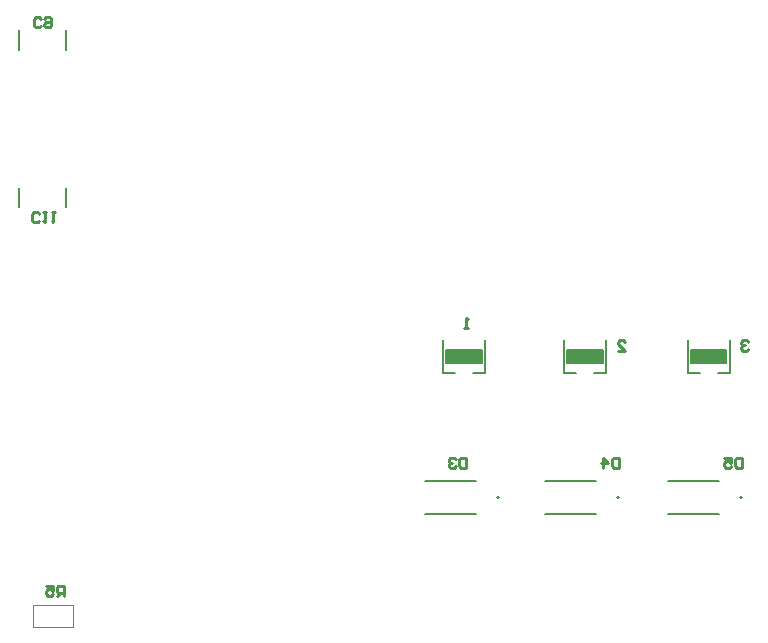
<source format=gbo>
G04*
G04 #@! TF.GenerationSoftware,Altium Limited,Altium Designer,18.0.11 (651)*
G04*
G04 Layer_Color=32896*
%FSTAX24Y24*%
%MOIN*%
G70*
G01*
G75*
%ADD11C,0.0079*%
%ADD14C,0.0100*%
%ADD17C,0.0050*%
%ADD19C,0.0020*%
G36*
X028059Y028967D02*
X029241D01*
Y028533D01*
X028059D01*
Y028967D01*
D02*
G37*
G36*
X032085D02*
X033267D01*
Y028533D01*
X032085D01*
Y028967D01*
D02*
G37*
G36*
X036209D02*
X037391D01*
Y028533D01*
X036209D01*
Y028967D01*
D02*
G37*
D11*
X029814Y02405D02*
G03*
X029814Y02405I-000039J0D01*
G01*
X033814D02*
G03*
X033814Y02405I-000039J0D01*
G01*
X037914D02*
G03*
X037914Y02405I-000039J0D01*
G01*
X028059Y028967D02*
X029241D01*
X028059Y028533D02*
Y028967D01*
Y028533D02*
X029241D01*
Y028967D01*
X02795Y0282D02*
Y0293D01*
X02935Y0282D02*
Y0293D01*
X02795Y0282D02*
X02835D01*
X02895D02*
X02935D01*
X032976D02*
X033376D01*
X031976D02*
X032376D01*
X033376D02*
Y0293D01*
X031976Y0282D02*
Y0293D01*
X033267Y028533D02*
Y028967D01*
X032085Y028533D02*
X033267D01*
X032085D02*
Y028967D01*
X033267D01*
X0371Y0282D02*
X0375D01*
X0361D02*
X0365D01*
X0375D02*
Y0293D01*
X0361Y0282D02*
Y0293D01*
X037391Y028533D02*
Y028967D01*
X036209Y028533D02*
X037391D01*
X036209D02*
Y028967D01*
X037391D01*
X01537Y03373D02*
Y03438D01*
X01383Y03372D02*
Y03438D01*
X01537Y03898D02*
Y03963D01*
X01383Y03897D02*
Y03963D01*
D14*
X028769Y029694D02*
X028652D01*
X02871D01*
Y030044D01*
X028769Y029986D01*
X028719Y025384D02*
Y025034D01*
X028544D01*
X028485Y025093D01*
Y025326D01*
X028544Y025384D01*
X028719D01*
X028369Y025326D02*
X02831Y025384D01*
X028194D01*
X028135Y025326D01*
Y025268D01*
X028194Y025209D01*
X028252D01*
X028194D01*
X028135Y025151D01*
Y025093D01*
X028194Y025034D01*
X02831D01*
X028369Y025093D01*
X015299Y020764D02*
Y021114D01*
X015124D01*
X015065Y021056D01*
Y020939D01*
X015124Y020881D01*
X015299D01*
X015182D02*
X015065Y020764D01*
X014715Y021114D02*
X014949D01*
Y020939D01*
X014832Y020998D01*
X014774D01*
X014715Y020939D01*
Y020823D01*
X014774Y020764D01*
X01489D01*
X014949Y020823D01*
X033775Y028944D02*
X034009D01*
X033775Y029178D01*
Y029236D01*
X033834Y029294D01*
X03395D01*
X034009Y029236D01*
X033809Y025384D02*
Y025034D01*
X033634D01*
X033575Y025093D01*
Y025326D01*
X033634Y025384D01*
X033809D01*
X033284Y025034D02*
Y025384D01*
X033459Y025209D01*
X033225D01*
X038129Y029236D02*
X03807Y029294D01*
X037954D01*
X037895Y029236D01*
Y029178D01*
X037954Y029119D01*
X038012D01*
X037954D01*
X037895Y029061D01*
Y029003D01*
X037954Y028944D01*
X03807D01*
X038129Y029003D01*
X037909Y025384D02*
Y025034D01*
X037734D01*
X037675Y025093D01*
Y025326D01*
X037734Y025384D01*
X037909D01*
X037325D02*
X037559D01*
Y025209D01*
X037442Y025268D01*
X037384D01*
X037325Y025209D01*
Y025093D01*
X037384Y025034D01*
X0375D01*
X037559Y025093D01*
X014492Y033283D02*
X014434Y033225D01*
X014317D01*
X014259Y033283D01*
Y033516D01*
X014317Y033574D01*
X014434D01*
X014492Y033516D01*
X014608Y033574D02*
X014725D01*
X014667D01*
Y033225D01*
X014608Y033283D01*
X0149Y033574D02*
X015017D01*
X014958D01*
Y033225D01*
X0149Y033283D01*
X014542Y039783D02*
X014484Y039725D01*
X014367D01*
X014309Y039783D01*
Y040016D01*
X014367Y040074D01*
X014484D01*
X014542Y040016D01*
X014658D02*
X014717Y040074D01*
X014833D01*
X014892Y040016D01*
Y039783D01*
X014833Y039725D01*
X014717D01*
X014658Y039783D01*
Y039841D01*
X014717Y039899D01*
X014892D01*
D17*
X027349Y023507D02*
X029051D01*
X027349Y024593D02*
X029051D01*
X031349D02*
X033051D01*
X031349Y023507D02*
X033051D01*
X035449Y024593D02*
X037151D01*
X035449Y023507D02*
X037151D01*
D19*
X014285Y019722D02*
Y020478D01*
X015615D01*
Y019722D02*
Y020478D01*
X014285Y019722D02*
X015615D01*
M02*

</source>
